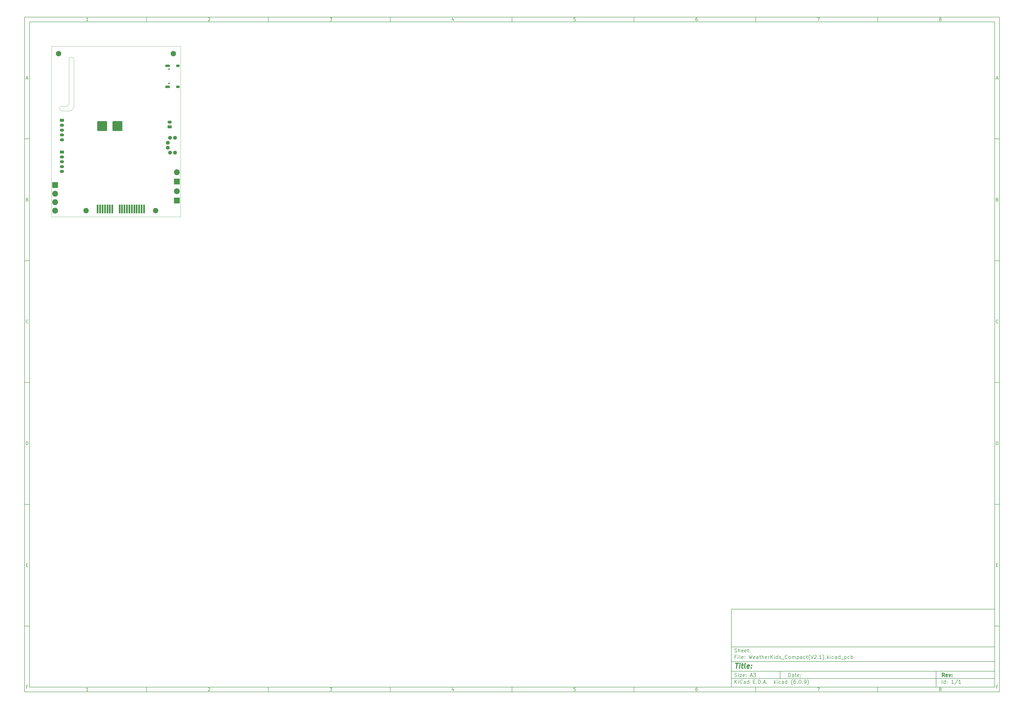
<source format=gbr>
%TF.GenerationSoftware,KiCad,Pcbnew,(6.0.9)*%
%TF.CreationDate,2023-07-16T00:02:42+05:30*%
%TF.ProjectId,WeatherKids_Compact(V2.1),57656174-6865-4724-9b69-64735f436f6d,rev?*%
%TF.SameCoordinates,Original*%
%TF.FileFunction,Soldermask,Bot*%
%TF.FilePolarity,Negative*%
%FSLAX46Y46*%
G04 Gerber Fmt 4.6, Leading zero omitted, Abs format (unit mm)*
G04 Created by KiCad (PCBNEW (6.0.9)) date 2023-07-16 00:02:42*
%MOMM*%
%LPD*%
G01*
G04 APERTURE LIST*
G04 Aperture macros list*
%AMRoundRect*
0 Rectangle with rounded corners*
0 $1 Rounding radius*
0 $2 $3 $4 $5 $6 $7 $8 $9 X,Y pos of 4 corners*
0 Add a 4 corners polygon primitive as box body*
4,1,4,$2,$3,$4,$5,$6,$7,$8,$9,$2,$3,0*
0 Add four circle primitives for the rounded corners*
1,1,$1+$1,$2,$3*
1,1,$1+$1,$4,$5*
1,1,$1+$1,$6,$7*
1,1,$1+$1,$8,$9*
0 Add four rect primitives between the rounded corners*
20,1,$1+$1,$2,$3,$4,$5,0*
20,1,$1+$1,$4,$5,$6,$7,0*
20,1,$1+$1,$6,$7,$8,$9,0*
20,1,$1+$1,$8,$9,$2,$3,0*%
G04 Aperture macros list end*
%ADD10C,0.100000*%
%ADD11C,0.150000*%
%ADD12C,0.300000*%
%ADD13C,0.400000*%
%TA.AperFunction,Profile*%
%ADD14C,0.050000*%
%TD*%
%ADD15C,2.200000*%
%ADD16R,2.400000X2.400000*%
%ADD17C,2.400000*%
%ADD18C,1.600000*%
%ADD19C,0.650000*%
%ADD20O,1.600000X1.000000*%
%ADD21O,2.100000X1.000000*%
%ADD22RoundRect,0.250000X-0.625000X0.350000X-0.625000X-0.350000X0.625000X-0.350000X0.625000X0.350000X0*%
%ADD23O,1.750000X1.200000*%
%ADD24R,0.700000X3.600000*%
%ADD25RoundRect,0.250000X0.625000X-0.350000X0.625000X0.350000X-0.625000X0.350000X-0.625000X-0.350000X0*%
%ADD26RoundRect,0.227272X-1.772728X-1.772728X1.772728X-1.772728X1.772728X1.772728X-1.772728X1.772728X0*%
%ADD27RoundRect,0.227272X1.772728X1.772728X-1.772728X1.772728X-1.772728X-1.772728X1.772728X-1.772728X0*%
G04 APERTURE END LIST*
D10*
D11*
X299989000Y-253002200D02*
X299989000Y-285002200D01*
X407989000Y-285002200D01*
X407989000Y-253002200D01*
X299989000Y-253002200D01*
D10*
D11*
X10000000Y-10000000D02*
X10000000Y-287002200D01*
X409989000Y-287002200D01*
X409989000Y-10000000D01*
X10000000Y-10000000D01*
D10*
D11*
X12000000Y-12000000D02*
X12000000Y-285002200D01*
X407989000Y-285002200D01*
X407989000Y-12000000D01*
X12000000Y-12000000D01*
D10*
D11*
X60000000Y-12000000D02*
X60000000Y-10000000D01*
D10*
D11*
X110000000Y-12000000D02*
X110000000Y-10000000D01*
D10*
D11*
X160000000Y-12000000D02*
X160000000Y-10000000D01*
D10*
D11*
X210000000Y-12000000D02*
X210000000Y-10000000D01*
D10*
D11*
X260000000Y-12000000D02*
X260000000Y-10000000D01*
D10*
D11*
X310000000Y-12000000D02*
X310000000Y-10000000D01*
D10*
D11*
X360000000Y-12000000D02*
X360000000Y-10000000D01*
D10*
D11*
X36065476Y-11588095D02*
X35322619Y-11588095D01*
X35694047Y-11588095D02*
X35694047Y-10288095D01*
X35570238Y-10473809D01*
X35446428Y-10597619D01*
X35322619Y-10659523D01*
D10*
D11*
X85322619Y-10411904D02*
X85384523Y-10350000D01*
X85508333Y-10288095D01*
X85817857Y-10288095D01*
X85941666Y-10350000D01*
X86003571Y-10411904D01*
X86065476Y-10535714D01*
X86065476Y-10659523D01*
X86003571Y-10845238D01*
X85260714Y-11588095D01*
X86065476Y-11588095D01*
D10*
D11*
X135260714Y-10288095D02*
X136065476Y-10288095D01*
X135632142Y-10783333D01*
X135817857Y-10783333D01*
X135941666Y-10845238D01*
X136003571Y-10907142D01*
X136065476Y-11030952D01*
X136065476Y-11340476D01*
X136003571Y-11464285D01*
X135941666Y-11526190D01*
X135817857Y-11588095D01*
X135446428Y-11588095D01*
X135322619Y-11526190D01*
X135260714Y-11464285D01*
D10*
D11*
X185941666Y-10721428D02*
X185941666Y-11588095D01*
X185632142Y-10226190D02*
X185322619Y-11154761D01*
X186127380Y-11154761D01*
D10*
D11*
X236003571Y-10288095D02*
X235384523Y-10288095D01*
X235322619Y-10907142D01*
X235384523Y-10845238D01*
X235508333Y-10783333D01*
X235817857Y-10783333D01*
X235941666Y-10845238D01*
X236003571Y-10907142D01*
X236065476Y-11030952D01*
X236065476Y-11340476D01*
X236003571Y-11464285D01*
X235941666Y-11526190D01*
X235817857Y-11588095D01*
X235508333Y-11588095D01*
X235384523Y-11526190D01*
X235322619Y-11464285D01*
D10*
D11*
X285941666Y-10288095D02*
X285694047Y-10288095D01*
X285570238Y-10350000D01*
X285508333Y-10411904D01*
X285384523Y-10597619D01*
X285322619Y-10845238D01*
X285322619Y-11340476D01*
X285384523Y-11464285D01*
X285446428Y-11526190D01*
X285570238Y-11588095D01*
X285817857Y-11588095D01*
X285941666Y-11526190D01*
X286003571Y-11464285D01*
X286065476Y-11340476D01*
X286065476Y-11030952D01*
X286003571Y-10907142D01*
X285941666Y-10845238D01*
X285817857Y-10783333D01*
X285570238Y-10783333D01*
X285446428Y-10845238D01*
X285384523Y-10907142D01*
X285322619Y-11030952D01*
D10*
D11*
X335260714Y-10288095D02*
X336127380Y-10288095D01*
X335570238Y-11588095D01*
D10*
D11*
X385570238Y-10845238D02*
X385446428Y-10783333D01*
X385384523Y-10721428D01*
X385322619Y-10597619D01*
X385322619Y-10535714D01*
X385384523Y-10411904D01*
X385446428Y-10350000D01*
X385570238Y-10288095D01*
X385817857Y-10288095D01*
X385941666Y-10350000D01*
X386003571Y-10411904D01*
X386065476Y-10535714D01*
X386065476Y-10597619D01*
X386003571Y-10721428D01*
X385941666Y-10783333D01*
X385817857Y-10845238D01*
X385570238Y-10845238D01*
X385446428Y-10907142D01*
X385384523Y-10969047D01*
X385322619Y-11092857D01*
X385322619Y-11340476D01*
X385384523Y-11464285D01*
X385446428Y-11526190D01*
X385570238Y-11588095D01*
X385817857Y-11588095D01*
X385941666Y-11526190D01*
X386003571Y-11464285D01*
X386065476Y-11340476D01*
X386065476Y-11092857D01*
X386003571Y-10969047D01*
X385941666Y-10907142D01*
X385817857Y-10845238D01*
D10*
D11*
X60000000Y-285002200D02*
X60000000Y-287002200D01*
D10*
D11*
X110000000Y-285002200D02*
X110000000Y-287002200D01*
D10*
D11*
X160000000Y-285002200D02*
X160000000Y-287002200D01*
D10*
D11*
X210000000Y-285002200D02*
X210000000Y-287002200D01*
D10*
D11*
X260000000Y-285002200D02*
X260000000Y-287002200D01*
D10*
D11*
X310000000Y-285002200D02*
X310000000Y-287002200D01*
D10*
D11*
X360000000Y-285002200D02*
X360000000Y-287002200D01*
D10*
D11*
X36065476Y-286590295D02*
X35322619Y-286590295D01*
X35694047Y-286590295D02*
X35694047Y-285290295D01*
X35570238Y-285476009D01*
X35446428Y-285599819D01*
X35322619Y-285661723D01*
D10*
D11*
X85322619Y-285414104D02*
X85384523Y-285352200D01*
X85508333Y-285290295D01*
X85817857Y-285290295D01*
X85941666Y-285352200D01*
X86003571Y-285414104D01*
X86065476Y-285537914D01*
X86065476Y-285661723D01*
X86003571Y-285847438D01*
X85260714Y-286590295D01*
X86065476Y-286590295D01*
D10*
D11*
X135260714Y-285290295D02*
X136065476Y-285290295D01*
X135632142Y-285785533D01*
X135817857Y-285785533D01*
X135941666Y-285847438D01*
X136003571Y-285909342D01*
X136065476Y-286033152D01*
X136065476Y-286342676D01*
X136003571Y-286466485D01*
X135941666Y-286528390D01*
X135817857Y-286590295D01*
X135446428Y-286590295D01*
X135322619Y-286528390D01*
X135260714Y-286466485D01*
D10*
D11*
X185941666Y-285723628D02*
X185941666Y-286590295D01*
X185632142Y-285228390D02*
X185322619Y-286156961D01*
X186127380Y-286156961D01*
D10*
D11*
X236003571Y-285290295D02*
X235384523Y-285290295D01*
X235322619Y-285909342D01*
X235384523Y-285847438D01*
X235508333Y-285785533D01*
X235817857Y-285785533D01*
X235941666Y-285847438D01*
X236003571Y-285909342D01*
X236065476Y-286033152D01*
X236065476Y-286342676D01*
X236003571Y-286466485D01*
X235941666Y-286528390D01*
X235817857Y-286590295D01*
X235508333Y-286590295D01*
X235384523Y-286528390D01*
X235322619Y-286466485D01*
D10*
D11*
X285941666Y-285290295D02*
X285694047Y-285290295D01*
X285570238Y-285352200D01*
X285508333Y-285414104D01*
X285384523Y-285599819D01*
X285322619Y-285847438D01*
X285322619Y-286342676D01*
X285384523Y-286466485D01*
X285446428Y-286528390D01*
X285570238Y-286590295D01*
X285817857Y-286590295D01*
X285941666Y-286528390D01*
X286003571Y-286466485D01*
X286065476Y-286342676D01*
X286065476Y-286033152D01*
X286003571Y-285909342D01*
X285941666Y-285847438D01*
X285817857Y-285785533D01*
X285570238Y-285785533D01*
X285446428Y-285847438D01*
X285384523Y-285909342D01*
X285322619Y-286033152D01*
D10*
D11*
X335260714Y-285290295D02*
X336127380Y-285290295D01*
X335570238Y-286590295D01*
D10*
D11*
X385570238Y-285847438D02*
X385446428Y-285785533D01*
X385384523Y-285723628D01*
X385322619Y-285599819D01*
X385322619Y-285537914D01*
X385384523Y-285414104D01*
X385446428Y-285352200D01*
X385570238Y-285290295D01*
X385817857Y-285290295D01*
X385941666Y-285352200D01*
X386003571Y-285414104D01*
X386065476Y-285537914D01*
X386065476Y-285599819D01*
X386003571Y-285723628D01*
X385941666Y-285785533D01*
X385817857Y-285847438D01*
X385570238Y-285847438D01*
X385446428Y-285909342D01*
X385384523Y-285971247D01*
X385322619Y-286095057D01*
X385322619Y-286342676D01*
X385384523Y-286466485D01*
X385446428Y-286528390D01*
X385570238Y-286590295D01*
X385817857Y-286590295D01*
X385941666Y-286528390D01*
X386003571Y-286466485D01*
X386065476Y-286342676D01*
X386065476Y-286095057D01*
X386003571Y-285971247D01*
X385941666Y-285909342D01*
X385817857Y-285847438D01*
D10*
D11*
X10000000Y-60000000D02*
X12000000Y-60000000D01*
D10*
D11*
X10000000Y-110000000D02*
X12000000Y-110000000D01*
D10*
D11*
X10000000Y-160000000D02*
X12000000Y-160000000D01*
D10*
D11*
X10000000Y-210000000D02*
X12000000Y-210000000D01*
D10*
D11*
X10000000Y-260000000D02*
X12000000Y-260000000D01*
D10*
D11*
X10690476Y-35216666D02*
X11309523Y-35216666D01*
X10566666Y-35588095D02*
X11000000Y-34288095D01*
X11433333Y-35588095D01*
D10*
D11*
X11092857Y-84907142D02*
X11278571Y-84969047D01*
X11340476Y-85030952D01*
X11402380Y-85154761D01*
X11402380Y-85340476D01*
X11340476Y-85464285D01*
X11278571Y-85526190D01*
X11154761Y-85588095D01*
X10659523Y-85588095D01*
X10659523Y-84288095D01*
X11092857Y-84288095D01*
X11216666Y-84350000D01*
X11278571Y-84411904D01*
X11340476Y-84535714D01*
X11340476Y-84659523D01*
X11278571Y-84783333D01*
X11216666Y-84845238D01*
X11092857Y-84907142D01*
X10659523Y-84907142D01*
D10*
D11*
X11402380Y-135464285D02*
X11340476Y-135526190D01*
X11154761Y-135588095D01*
X11030952Y-135588095D01*
X10845238Y-135526190D01*
X10721428Y-135402380D01*
X10659523Y-135278571D01*
X10597619Y-135030952D01*
X10597619Y-134845238D01*
X10659523Y-134597619D01*
X10721428Y-134473809D01*
X10845238Y-134350000D01*
X11030952Y-134288095D01*
X11154761Y-134288095D01*
X11340476Y-134350000D01*
X11402380Y-134411904D01*
D10*
D11*
X10659523Y-185588095D02*
X10659523Y-184288095D01*
X10969047Y-184288095D01*
X11154761Y-184350000D01*
X11278571Y-184473809D01*
X11340476Y-184597619D01*
X11402380Y-184845238D01*
X11402380Y-185030952D01*
X11340476Y-185278571D01*
X11278571Y-185402380D01*
X11154761Y-185526190D01*
X10969047Y-185588095D01*
X10659523Y-185588095D01*
D10*
D11*
X10721428Y-234907142D02*
X11154761Y-234907142D01*
X11340476Y-235588095D02*
X10721428Y-235588095D01*
X10721428Y-234288095D01*
X11340476Y-234288095D01*
D10*
D11*
X11185714Y-284907142D02*
X10752380Y-284907142D01*
X10752380Y-285588095D02*
X10752380Y-284288095D01*
X11371428Y-284288095D01*
D10*
D11*
X409989000Y-60000000D02*
X407989000Y-60000000D01*
D10*
D11*
X409989000Y-110000000D02*
X407989000Y-110000000D01*
D10*
D11*
X409989000Y-160000000D02*
X407989000Y-160000000D01*
D10*
D11*
X409989000Y-210000000D02*
X407989000Y-210000000D01*
D10*
D11*
X409989000Y-260000000D02*
X407989000Y-260000000D01*
D10*
D11*
X408679476Y-35216666D02*
X409298523Y-35216666D01*
X408555666Y-35588095D02*
X408989000Y-34288095D01*
X409422333Y-35588095D01*
D10*
D11*
X409081857Y-84907142D02*
X409267571Y-84969047D01*
X409329476Y-85030952D01*
X409391380Y-85154761D01*
X409391380Y-85340476D01*
X409329476Y-85464285D01*
X409267571Y-85526190D01*
X409143761Y-85588095D01*
X408648523Y-85588095D01*
X408648523Y-84288095D01*
X409081857Y-84288095D01*
X409205666Y-84350000D01*
X409267571Y-84411904D01*
X409329476Y-84535714D01*
X409329476Y-84659523D01*
X409267571Y-84783333D01*
X409205666Y-84845238D01*
X409081857Y-84907142D01*
X408648523Y-84907142D01*
D10*
D11*
X409391380Y-135464285D02*
X409329476Y-135526190D01*
X409143761Y-135588095D01*
X409019952Y-135588095D01*
X408834238Y-135526190D01*
X408710428Y-135402380D01*
X408648523Y-135278571D01*
X408586619Y-135030952D01*
X408586619Y-134845238D01*
X408648523Y-134597619D01*
X408710428Y-134473809D01*
X408834238Y-134350000D01*
X409019952Y-134288095D01*
X409143761Y-134288095D01*
X409329476Y-134350000D01*
X409391380Y-134411904D01*
D10*
D11*
X408648523Y-185588095D02*
X408648523Y-184288095D01*
X408958047Y-184288095D01*
X409143761Y-184350000D01*
X409267571Y-184473809D01*
X409329476Y-184597619D01*
X409391380Y-184845238D01*
X409391380Y-185030952D01*
X409329476Y-185278571D01*
X409267571Y-185402380D01*
X409143761Y-185526190D01*
X408958047Y-185588095D01*
X408648523Y-185588095D01*
D10*
D11*
X408710428Y-234907142D02*
X409143761Y-234907142D01*
X409329476Y-235588095D02*
X408710428Y-235588095D01*
X408710428Y-234288095D01*
X409329476Y-234288095D01*
D10*
D11*
X409174714Y-284907142D02*
X408741380Y-284907142D01*
X408741380Y-285588095D02*
X408741380Y-284288095D01*
X409360428Y-284288095D01*
D10*
D11*
X323421142Y-280780771D02*
X323421142Y-279280771D01*
X323778285Y-279280771D01*
X323992571Y-279352200D01*
X324135428Y-279495057D01*
X324206857Y-279637914D01*
X324278285Y-279923628D01*
X324278285Y-280137914D01*
X324206857Y-280423628D01*
X324135428Y-280566485D01*
X323992571Y-280709342D01*
X323778285Y-280780771D01*
X323421142Y-280780771D01*
X325564000Y-280780771D02*
X325564000Y-279995057D01*
X325492571Y-279852200D01*
X325349714Y-279780771D01*
X325064000Y-279780771D01*
X324921142Y-279852200D01*
X325564000Y-280709342D02*
X325421142Y-280780771D01*
X325064000Y-280780771D01*
X324921142Y-280709342D01*
X324849714Y-280566485D01*
X324849714Y-280423628D01*
X324921142Y-280280771D01*
X325064000Y-280209342D01*
X325421142Y-280209342D01*
X325564000Y-280137914D01*
X326064000Y-279780771D02*
X326635428Y-279780771D01*
X326278285Y-279280771D02*
X326278285Y-280566485D01*
X326349714Y-280709342D01*
X326492571Y-280780771D01*
X326635428Y-280780771D01*
X327706857Y-280709342D02*
X327564000Y-280780771D01*
X327278285Y-280780771D01*
X327135428Y-280709342D01*
X327064000Y-280566485D01*
X327064000Y-279995057D01*
X327135428Y-279852200D01*
X327278285Y-279780771D01*
X327564000Y-279780771D01*
X327706857Y-279852200D01*
X327778285Y-279995057D01*
X327778285Y-280137914D01*
X327064000Y-280280771D01*
X328421142Y-280637914D02*
X328492571Y-280709342D01*
X328421142Y-280780771D01*
X328349714Y-280709342D01*
X328421142Y-280637914D01*
X328421142Y-280780771D01*
X328421142Y-279852200D02*
X328492571Y-279923628D01*
X328421142Y-279995057D01*
X328349714Y-279923628D01*
X328421142Y-279852200D01*
X328421142Y-279995057D01*
D10*
D11*
X299989000Y-281502200D02*
X407989000Y-281502200D01*
D10*
D11*
X301421142Y-283580771D02*
X301421142Y-282080771D01*
X302278285Y-283580771D02*
X301635428Y-282723628D01*
X302278285Y-282080771D02*
X301421142Y-282937914D01*
X302921142Y-283580771D02*
X302921142Y-282580771D01*
X302921142Y-282080771D02*
X302849714Y-282152200D01*
X302921142Y-282223628D01*
X302992571Y-282152200D01*
X302921142Y-282080771D01*
X302921142Y-282223628D01*
X304492571Y-283437914D02*
X304421142Y-283509342D01*
X304206857Y-283580771D01*
X304064000Y-283580771D01*
X303849714Y-283509342D01*
X303706857Y-283366485D01*
X303635428Y-283223628D01*
X303564000Y-282937914D01*
X303564000Y-282723628D01*
X303635428Y-282437914D01*
X303706857Y-282295057D01*
X303849714Y-282152200D01*
X304064000Y-282080771D01*
X304206857Y-282080771D01*
X304421142Y-282152200D01*
X304492571Y-282223628D01*
X305778285Y-283580771D02*
X305778285Y-282795057D01*
X305706857Y-282652200D01*
X305564000Y-282580771D01*
X305278285Y-282580771D01*
X305135428Y-282652200D01*
X305778285Y-283509342D02*
X305635428Y-283580771D01*
X305278285Y-283580771D01*
X305135428Y-283509342D01*
X305064000Y-283366485D01*
X305064000Y-283223628D01*
X305135428Y-283080771D01*
X305278285Y-283009342D01*
X305635428Y-283009342D01*
X305778285Y-282937914D01*
X307135428Y-283580771D02*
X307135428Y-282080771D01*
X307135428Y-283509342D02*
X306992571Y-283580771D01*
X306706857Y-283580771D01*
X306564000Y-283509342D01*
X306492571Y-283437914D01*
X306421142Y-283295057D01*
X306421142Y-282866485D01*
X306492571Y-282723628D01*
X306564000Y-282652200D01*
X306706857Y-282580771D01*
X306992571Y-282580771D01*
X307135428Y-282652200D01*
X308992571Y-282795057D02*
X309492571Y-282795057D01*
X309706857Y-283580771D02*
X308992571Y-283580771D01*
X308992571Y-282080771D01*
X309706857Y-282080771D01*
X310349714Y-283437914D02*
X310421142Y-283509342D01*
X310349714Y-283580771D01*
X310278285Y-283509342D01*
X310349714Y-283437914D01*
X310349714Y-283580771D01*
X311064000Y-283580771D02*
X311064000Y-282080771D01*
X311421142Y-282080771D01*
X311635428Y-282152200D01*
X311778285Y-282295057D01*
X311849714Y-282437914D01*
X311921142Y-282723628D01*
X311921142Y-282937914D01*
X311849714Y-283223628D01*
X311778285Y-283366485D01*
X311635428Y-283509342D01*
X311421142Y-283580771D01*
X311064000Y-283580771D01*
X312564000Y-283437914D02*
X312635428Y-283509342D01*
X312564000Y-283580771D01*
X312492571Y-283509342D01*
X312564000Y-283437914D01*
X312564000Y-283580771D01*
X313206857Y-283152200D02*
X313921142Y-283152200D01*
X313064000Y-283580771D02*
X313564000Y-282080771D01*
X314064000Y-283580771D01*
X314564000Y-283437914D02*
X314635428Y-283509342D01*
X314564000Y-283580771D01*
X314492571Y-283509342D01*
X314564000Y-283437914D01*
X314564000Y-283580771D01*
X317564000Y-283580771D02*
X317564000Y-282080771D01*
X317706857Y-283009342D02*
X318135428Y-283580771D01*
X318135428Y-282580771D02*
X317564000Y-283152200D01*
X318778285Y-283580771D02*
X318778285Y-282580771D01*
X318778285Y-282080771D02*
X318706857Y-282152200D01*
X318778285Y-282223628D01*
X318849714Y-282152200D01*
X318778285Y-282080771D01*
X318778285Y-282223628D01*
X320135428Y-283509342D02*
X319992571Y-283580771D01*
X319706857Y-283580771D01*
X319564000Y-283509342D01*
X319492571Y-283437914D01*
X319421142Y-283295057D01*
X319421142Y-282866485D01*
X319492571Y-282723628D01*
X319564000Y-282652200D01*
X319706857Y-282580771D01*
X319992571Y-282580771D01*
X320135428Y-282652200D01*
X321421142Y-283580771D02*
X321421142Y-282795057D01*
X321349714Y-282652200D01*
X321206857Y-282580771D01*
X320921142Y-282580771D01*
X320778285Y-282652200D01*
X321421142Y-283509342D02*
X321278285Y-283580771D01*
X320921142Y-283580771D01*
X320778285Y-283509342D01*
X320706857Y-283366485D01*
X320706857Y-283223628D01*
X320778285Y-283080771D01*
X320921142Y-283009342D01*
X321278285Y-283009342D01*
X321421142Y-282937914D01*
X322778285Y-283580771D02*
X322778285Y-282080771D01*
X322778285Y-283509342D02*
X322635428Y-283580771D01*
X322349714Y-283580771D01*
X322206857Y-283509342D01*
X322135428Y-283437914D01*
X322064000Y-283295057D01*
X322064000Y-282866485D01*
X322135428Y-282723628D01*
X322206857Y-282652200D01*
X322349714Y-282580771D01*
X322635428Y-282580771D01*
X322778285Y-282652200D01*
X325064000Y-284152200D02*
X324992571Y-284080771D01*
X324849714Y-283866485D01*
X324778285Y-283723628D01*
X324706857Y-283509342D01*
X324635428Y-283152200D01*
X324635428Y-282866485D01*
X324706857Y-282509342D01*
X324778285Y-282295057D01*
X324849714Y-282152200D01*
X324992571Y-281937914D01*
X325064000Y-281866485D01*
X326278285Y-282080771D02*
X325992571Y-282080771D01*
X325849714Y-282152200D01*
X325778285Y-282223628D01*
X325635428Y-282437914D01*
X325564000Y-282723628D01*
X325564000Y-283295057D01*
X325635428Y-283437914D01*
X325706857Y-283509342D01*
X325849714Y-283580771D01*
X326135428Y-283580771D01*
X326278285Y-283509342D01*
X326349714Y-283437914D01*
X326421142Y-283295057D01*
X326421142Y-282937914D01*
X326349714Y-282795057D01*
X326278285Y-282723628D01*
X326135428Y-282652200D01*
X325849714Y-282652200D01*
X325706857Y-282723628D01*
X325635428Y-282795057D01*
X325564000Y-282937914D01*
X327064000Y-283437914D02*
X327135428Y-283509342D01*
X327064000Y-283580771D01*
X326992571Y-283509342D01*
X327064000Y-283437914D01*
X327064000Y-283580771D01*
X328064000Y-282080771D02*
X328206857Y-282080771D01*
X328349714Y-282152200D01*
X328421142Y-282223628D01*
X328492571Y-282366485D01*
X328564000Y-282652200D01*
X328564000Y-283009342D01*
X328492571Y-283295057D01*
X328421142Y-283437914D01*
X328349714Y-283509342D01*
X328206857Y-283580771D01*
X328064000Y-283580771D01*
X327921142Y-283509342D01*
X327849714Y-283437914D01*
X327778285Y-283295057D01*
X327706857Y-283009342D01*
X327706857Y-282652200D01*
X327778285Y-282366485D01*
X327849714Y-282223628D01*
X327921142Y-282152200D01*
X328064000Y-282080771D01*
X329206857Y-283437914D02*
X329278285Y-283509342D01*
X329206857Y-283580771D01*
X329135428Y-283509342D01*
X329206857Y-283437914D01*
X329206857Y-283580771D01*
X329992571Y-283580771D02*
X330278285Y-283580771D01*
X330421142Y-283509342D01*
X330492571Y-283437914D01*
X330635428Y-283223628D01*
X330706857Y-282937914D01*
X330706857Y-282366485D01*
X330635428Y-282223628D01*
X330564000Y-282152200D01*
X330421142Y-282080771D01*
X330135428Y-282080771D01*
X329992571Y-282152200D01*
X329921142Y-282223628D01*
X329849714Y-282366485D01*
X329849714Y-282723628D01*
X329921142Y-282866485D01*
X329992571Y-282937914D01*
X330135428Y-283009342D01*
X330421142Y-283009342D01*
X330564000Y-282937914D01*
X330635428Y-282866485D01*
X330706857Y-282723628D01*
X331206857Y-284152200D02*
X331278285Y-284080771D01*
X331421142Y-283866485D01*
X331492571Y-283723628D01*
X331564000Y-283509342D01*
X331635428Y-283152200D01*
X331635428Y-282866485D01*
X331564000Y-282509342D01*
X331492571Y-282295057D01*
X331421142Y-282152200D01*
X331278285Y-281937914D01*
X331206857Y-281866485D01*
D10*
D11*
X299989000Y-278502200D02*
X407989000Y-278502200D01*
D10*
D12*
X387398285Y-280780771D02*
X386898285Y-280066485D01*
X386541142Y-280780771D02*
X386541142Y-279280771D01*
X387112571Y-279280771D01*
X387255428Y-279352200D01*
X387326857Y-279423628D01*
X387398285Y-279566485D01*
X387398285Y-279780771D01*
X387326857Y-279923628D01*
X387255428Y-279995057D01*
X387112571Y-280066485D01*
X386541142Y-280066485D01*
X388612571Y-280709342D02*
X388469714Y-280780771D01*
X388184000Y-280780771D01*
X388041142Y-280709342D01*
X387969714Y-280566485D01*
X387969714Y-279995057D01*
X388041142Y-279852200D01*
X388184000Y-279780771D01*
X388469714Y-279780771D01*
X388612571Y-279852200D01*
X388684000Y-279995057D01*
X388684000Y-280137914D01*
X387969714Y-280280771D01*
X389184000Y-279780771D02*
X389541142Y-280780771D01*
X389898285Y-279780771D01*
X390469714Y-280637914D02*
X390541142Y-280709342D01*
X390469714Y-280780771D01*
X390398285Y-280709342D01*
X390469714Y-280637914D01*
X390469714Y-280780771D01*
X390469714Y-279852200D02*
X390541142Y-279923628D01*
X390469714Y-279995057D01*
X390398285Y-279923628D01*
X390469714Y-279852200D01*
X390469714Y-279995057D01*
D10*
D11*
X301349714Y-280709342D02*
X301564000Y-280780771D01*
X301921142Y-280780771D01*
X302064000Y-280709342D01*
X302135428Y-280637914D01*
X302206857Y-280495057D01*
X302206857Y-280352200D01*
X302135428Y-280209342D01*
X302064000Y-280137914D01*
X301921142Y-280066485D01*
X301635428Y-279995057D01*
X301492571Y-279923628D01*
X301421142Y-279852200D01*
X301349714Y-279709342D01*
X301349714Y-279566485D01*
X301421142Y-279423628D01*
X301492571Y-279352200D01*
X301635428Y-279280771D01*
X301992571Y-279280771D01*
X302206857Y-279352200D01*
X302849714Y-280780771D02*
X302849714Y-279780771D01*
X302849714Y-279280771D02*
X302778285Y-279352200D01*
X302849714Y-279423628D01*
X302921142Y-279352200D01*
X302849714Y-279280771D01*
X302849714Y-279423628D01*
X303421142Y-279780771D02*
X304206857Y-279780771D01*
X303421142Y-280780771D01*
X304206857Y-280780771D01*
X305349714Y-280709342D02*
X305206857Y-280780771D01*
X304921142Y-280780771D01*
X304778285Y-280709342D01*
X304706857Y-280566485D01*
X304706857Y-279995057D01*
X304778285Y-279852200D01*
X304921142Y-279780771D01*
X305206857Y-279780771D01*
X305349714Y-279852200D01*
X305421142Y-279995057D01*
X305421142Y-280137914D01*
X304706857Y-280280771D01*
X306064000Y-280637914D02*
X306135428Y-280709342D01*
X306064000Y-280780771D01*
X305992571Y-280709342D01*
X306064000Y-280637914D01*
X306064000Y-280780771D01*
X306064000Y-279852200D02*
X306135428Y-279923628D01*
X306064000Y-279995057D01*
X305992571Y-279923628D01*
X306064000Y-279852200D01*
X306064000Y-279995057D01*
X307849714Y-280352200D02*
X308564000Y-280352200D01*
X307706857Y-280780771D02*
X308206857Y-279280771D01*
X308706857Y-280780771D01*
X309064000Y-279280771D02*
X309992571Y-279280771D01*
X309492571Y-279852200D01*
X309706857Y-279852200D01*
X309849714Y-279923628D01*
X309921142Y-279995057D01*
X309992571Y-280137914D01*
X309992571Y-280495057D01*
X309921142Y-280637914D01*
X309849714Y-280709342D01*
X309706857Y-280780771D01*
X309278285Y-280780771D01*
X309135428Y-280709342D01*
X309064000Y-280637914D01*
D10*
D11*
X386421142Y-283580771D02*
X386421142Y-282080771D01*
X387778285Y-283580771D02*
X387778285Y-282080771D01*
X387778285Y-283509342D02*
X387635428Y-283580771D01*
X387349714Y-283580771D01*
X387206857Y-283509342D01*
X387135428Y-283437914D01*
X387064000Y-283295057D01*
X387064000Y-282866485D01*
X387135428Y-282723628D01*
X387206857Y-282652200D01*
X387349714Y-282580771D01*
X387635428Y-282580771D01*
X387778285Y-282652200D01*
X388492571Y-283437914D02*
X388564000Y-283509342D01*
X388492571Y-283580771D01*
X388421142Y-283509342D01*
X388492571Y-283437914D01*
X388492571Y-283580771D01*
X388492571Y-282652200D02*
X388564000Y-282723628D01*
X388492571Y-282795057D01*
X388421142Y-282723628D01*
X388492571Y-282652200D01*
X388492571Y-282795057D01*
X391135428Y-283580771D02*
X390278285Y-283580771D01*
X390706857Y-283580771D02*
X390706857Y-282080771D01*
X390564000Y-282295057D01*
X390421142Y-282437914D01*
X390278285Y-282509342D01*
X392849714Y-282009342D02*
X391564000Y-283937914D01*
X394135428Y-283580771D02*
X393278285Y-283580771D01*
X393706857Y-283580771D02*
X393706857Y-282080771D01*
X393564000Y-282295057D01*
X393421142Y-282437914D01*
X393278285Y-282509342D01*
D10*
D11*
X299989000Y-274502200D02*
X407989000Y-274502200D01*
D10*
D13*
X301701380Y-275206961D02*
X302844238Y-275206961D01*
X302022809Y-277206961D02*
X302272809Y-275206961D01*
X303260904Y-277206961D02*
X303427571Y-275873628D01*
X303510904Y-275206961D02*
X303403761Y-275302200D01*
X303487095Y-275397438D01*
X303594238Y-275302200D01*
X303510904Y-275206961D01*
X303487095Y-275397438D01*
X304094238Y-275873628D02*
X304856142Y-275873628D01*
X304463285Y-275206961D02*
X304249000Y-276921247D01*
X304320428Y-277111723D01*
X304499000Y-277206961D01*
X304689476Y-277206961D01*
X305641857Y-277206961D02*
X305463285Y-277111723D01*
X305391857Y-276921247D01*
X305606142Y-275206961D01*
X307177571Y-277111723D02*
X306975190Y-277206961D01*
X306594238Y-277206961D01*
X306415666Y-277111723D01*
X306344238Y-276921247D01*
X306439476Y-276159342D01*
X306558523Y-275968866D01*
X306760904Y-275873628D01*
X307141857Y-275873628D01*
X307320428Y-275968866D01*
X307391857Y-276159342D01*
X307368047Y-276349819D01*
X306391857Y-276540295D01*
X308141857Y-277016485D02*
X308225190Y-277111723D01*
X308118047Y-277206961D01*
X308034714Y-277111723D01*
X308141857Y-277016485D01*
X308118047Y-277206961D01*
X308272809Y-275968866D02*
X308356142Y-276064104D01*
X308249000Y-276159342D01*
X308165666Y-276064104D01*
X308272809Y-275968866D01*
X308249000Y-276159342D01*
D10*
D11*
X301921142Y-272595057D02*
X301421142Y-272595057D01*
X301421142Y-273380771D02*
X301421142Y-271880771D01*
X302135428Y-271880771D01*
X302706857Y-273380771D02*
X302706857Y-272380771D01*
X302706857Y-271880771D02*
X302635428Y-271952200D01*
X302706857Y-272023628D01*
X302778285Y-271952200D01*
X302706857Y-271880771D01*
X302706857Y-272023628D01*
X303635428Y-273380771D02*
X303492571Y-273309342D01*
X303421142Y-273166485D01*
X303421142Y-271880771D01*
X304778285Y-273309342D02*
X304635428Y-273380771D01*
X304349714Y-273380771D01*
X304206857Y-273309342D01*
X304135428Y-273166485D01*
X304135428Y-272595057D01*
X304206857Y-272452200D01*
X304349714Y-272380771D01*
X304635428Y-272380771D01*
X304778285Y-272452200D01*
X304849714Y-272595057D01*
X304849714Y-272737914D01*
X304135428Y-272880771D01*
X305492571Y-273237914D02*
X305564000Y-273309342D01*
X305492571Y-273380771D01*
X305421142Y-273309342D01*
X305492571Y-273237914D01*
X305492571Y-273380771D01*
X305492571Y-272452200D02*
X305564000Y-272523628D01*
X305492571Y-272595057D01*
X305421142Y-272523628D01*
X305492571Y-272452200D01*
X305492571Y-272595057D01*
X307206857Y-271880771D02*
X307564000Y-273380771D01*
X307849714Y-272309342D01*
X308135428Y-273380771D01*
X308492571Y-271880771D01*
X309635428Y-273309342D02*
X309492571Y-273380771D01*
X309206857Y-273380771D01*
X309064000Y-273309342D01*
X308992571Y-273166485D01*
X308992571Y-272595057D01*
X309064000Y-272452200D01*
X309206857Y-272380771D01*
X309492571Y-272380771D01*
X309635428Y-272452200D01*
X309706857Y-272595057D01*
X309706857Y-272737914D01*
X308992571Y-272880771D01*
X310992571Y-273380771D02*
X310992571Y-272595057D01*
X310921142Y-272452200D01*
X310778285Y-272380771D01*
X310492571Y-272380771D01*
X310349714Y-272452200D01*
X310992571Y-273309342D02*
X310849714Y-273380771D01*
X310492571Y-273380771D01*
X310349714Y-273309342D01*
X310278285Y-273166485D01*
X310278285Y-273023628D01*
X310349714Y-272880771D01*
X310492571Y-272809342D01*
X310849714Y-272809342D01*
X310992571Y-272737914D01*
X311492571Y-272380771D02*
X312064000Y-272380771D01*
X311706857Y-271880771D02*
X311706857Y-273166485D01*
X311778285Y-273309342D01*
X311921142Y-273380771D01*
X312064000Y-273380771D01*
X312564000Y-273380771D02*
X312564000Y-271880771D01*
X313206857Y-273380771D02*
X313206857Y-272595057D01*
X313135428Y-272452200D01*
X312992571Y-272380771D01*
X312778285Y-272380771D01*
X312635428Y-272452200D01*
X312564000Y-272523628D01*
X314492571Y-273309342D02*
X314349714Y-273380771D01*
X314064000Y-273380771D01*
X313921142Y-273309342D01*
X313849714Y-273166485D01*
X313849714Y-272595057D01*
X313921142Y-272452200D01*
X314064000Y-272380771D01*
X314349714Y-272380771D01*
X314492571Y-272452200D01*
X314564000Y-272595057D01*
X314564000Y-272737914D01*
X313849714Y-272880771D01*
X315206857Y-273380771D02*
X315206857Y-272380771D01*
X315206857Y-272666485D02*
X315278285Y-272523628D01*
X315349714Y-272452200D01*
X315492571Y-272380771D01*
X315635428Y-272380771D01*
X316135428Y-273380771D02*
X316135428Y-271880771D01*
X316992571Y-273380771D02*
X316349714Y-272523628D01*
X316992571Y-271880771D02*
X316135428Y-272737914D01*
X317635428Y-273380771D02*
X317635428Y-272380771D01*
X317635428Y-271880771D02*
X317564000Y-271952200D01*
X317635428Y-272023628D01*
X317706857Y-271952200D01*
X317635428Y-271880771D01*
X317635428Y-272023628D01*
X318992571Y-273380771D02*
X318992571Y-271880771D01*
X318992571Y-273309342D02*
X318849714Y-273380771D01*
X318564000Y-273380771D01*
X318421142Y-273309342D01*
X318349714Y-273237914D01*
X318278285Y-273095057D01*
X318278285Y-272666485D01*
X318349714Y-272523628D01*
X318421142Y-272452200D01*
X318564000Y-272380771D01*
X318849714Y-272380771D01*
X318992571Y-272452200D01*
X319635428Y-273309342D02*
X319778285Y-273380771D01*
X320064000Y-273380771D01*
X320206857Y-273309342D01*
X320278285Y-273166485D01*
X320278285Y-273095057D01*
X320206857Y-272952200D01*
X320064000Y-272880771D01*
X319849714Y-272880771D01*
X319706857Y-272809342D01*
X319635428Y-272666485D01*
X319635428Y-272595057D01*
X319706857Y-272452200D01*
X319849714Y-272380771D01*
X320064000Y-272380771D01*
X320206857Y-272452200D01*
X320564000Y-273523628D02*
X321706857Y-273523628D01*
X322921142Y-273237914D02*
X322849714Y-273309342D01*
X322635428Y-273380771D01*
X322492571Y-273380771D01*
X322278285Y-273309342D01*
X322135428Y-273166485D01*
X322064000Y-273023628D01*
X321992571Y-272737914D01*
X321992571Y-272523628D01*
X322064000Y-272237914D01*
X322135428Y-272095057D01*
X322278285Y-271952200D01*
X322492571Y-271880771D01*
X322635428Y-271880771D01*
X322849714Y-271952200D01*
X322921142Y-272023628D01*
X323778285Y-273380771D02*
X323635428Y-273309342D01*
X323564000Y-273237914D01*
X323492571Y-273095057D01*
X323492571Y-272666485D01*
X323564000Y-272523628D01*
X323635428Y-272452200D01*
X323778285Y-272380771D01*
X323992571Y-272380771D01*
X324135428Y-272452200D01*
X324206857Y-272523628D01*
X324278285Y-272666485D01*
X324278285Y-273095057D01*
X324206857Y-273237914D01*
X324135428Y-273309342D01*
X323992571Y-273380771D01*
X323778285Y-273380771D01*
X324921142Y-273380771D02*
X324921142Y-272380771D01*
X324921142Y-272523628D02*
X324992571Y-272452200D01*
X325135428Y-272380771D01*
X325349714Y-272380771D01*
X325492571Y-272452200D01*
X325564000Y-272595057D01*
X325564000Y-273380771D01*
X325564000Y-272595057D02*
X325635428Y-272452200D01*
X325778285Y-272380771D01*
X325992571Y-272380771D01*
X326135428Y-272452200D01*
X326206857Y-272595057D01*
X326206857Y-273380771D01*
X326921142Y-272380771D02*
X326921142Y-273880771D01*
X326921142Y-272452200D02*
X327064000Y-272380771D01*
X327349714Y-272380771D01*
X327492571Y-272452200D01*
X327564000Y-272523628D01*
X327635428Y-272666485D01*
X327635428Y-273095057D01*
X327564000Y-273237914D01*
X327492571Y-273309342D01*
X327349714Y-273380771D01*
X327064000Y-273380771D01*
X326921142Y-273309342D01*
X328921142Y-273380771D02*
X328921142Y-272595057D01*
X328849714Y-272452200D01*
X328706857Y-272380771D01*
X328421142Y-272380771D01*
X328278285Y-272452200D01*
X328921142Y-273309342D02*
X328778285Y-273380771D01*
X328421142Y-273380771D01*
X328278285Y-273309342D01*
X328206857Y-273166485D01*
X328206857Y-273023628D01*
X328278285Y-272880771D01*
X328421142Y-272809342D01*
X328778285Y-272809342D01*
X328921142Y-272737914D01*
X330278285Y-273309342D02*
X330135428Y-273380771D01*
X329849714Y-273380771D01*
X329706857Y-273309342D01*
X329635428Y-273237914D01*
X329564000Y-273095057D01*
X329564000Y-272666485D01*
X329635428Y-272523628D01*
X329706857Y-272452200D01*
X329849714Y-272380771D01*
X330135428Y-272380771D01*
X330278285Y-272452200D01*
X330706857Y-272380771D02*
X331278285Y-272380771D01*
X330921142Y-271880771D02*
X330921142Y-273166485D01*
X330992571Y-273309342D01*
X331135428Y-273380771D01*
X331278285Y-273380771D01*
X332206857Y-273952200D02*
X332135428Y-273880771D01*
X331992571Y-273666485D01*
X331921142Y-273523628D01*
X331849714Y-273309342D01*
X331778285Y-272952200D01*
X331778285Y-272666485D01*
X331849714Y-272309342D01*
X331921142Y-272095057D01*
X331992571Y-271952200D01*
X332135428Y-271737914D01*
X332206857Y-271666485D01*
X332564000Y-271880771D02*
X333064000Y-273380771D01*
X333564000Y-271880771D01*
X333992571Y-272023628D02*
X334064000Y-271952200D01*
X334206857Y-271880771D01*
X334564000Y-271880771D01*
X334706857Y-271952200D01*
X334778285Y-272023628D01*
X334849714Y-272166485D01*
X334849714Y-272309342D01*
X334778285Y-272523628D01*
X333921142Y-273380771D01*
X334849714Y-273380771D01*
X335492571Y-273237914D02*
X335564000Y-273309342D01*
X335492571Y-273380771D01*
X335421142Y-273309342D01*
X335492571Y-273237914D01*
X335492571Y-273380771D01*
X336992571Y-273380771D02*
X336135428Y-273380771D01*
X336564000Y-273380771D02*
X336564000Y-271880771D01*
X336421142Y-272095057D01*
X336278285Y-272237914D01*
X336135428Y-272309342D01*
X337492571Y-273952200D02*
X337564000Y-273880771D01*
X337706857Y-273666485D01*
X337778285Y-273523628D01*
X337849714Y-273309342D01*
X337921142Y-272952200D01*
X337921142Y-272666485D01*
X337849714Y-272309342D01*
X337778285Y-272095057D01*
X337706857Y-271952200D01*
X337564000Y-271737914D01*
X337492571Y-271666485D01*
X338635428Y-273237914D02*
X338706857Y-273309342D01*
X338635428Y-273380771D01*
X338564000Y-273309342D01*
X338635428Y-273237914D01*
X338635428Y-273380771D01*
X339349714Y-273380771D02*
X339349714Y-271880771D01*
X339492571Y-272809342D02*
X339921142Y-273380771D01*
X339921142Y-272380771D02*
X339349714Y-272952200D01*
X340564000Y-273380771D02*
X340564000Y-272380771D01*
X340564000Y-271880771D02*
X340492571Y-271952200D01*
X340564000Y-272023628D01*
X340635428Y-271952200D01*
X340564000Y-271880771D01*
X340564000Y-272023628D01*
X341921142Y-273309342D02*
X341778285Y-273380771D01*
X341492571Y-273380771D01*
X341349714Y-273309342D01*
X341278285Y-273237914D01*
X341206857Y-273095057D01*
X341206857Y-272666485D01*
X341278285Y-272523628D01*
X341349714Y-272452200D01*
X341492571Y-272380771D01*
X341778285Y-272380771D01*
X341921142Y-272452200D01*
X343206857Y-273380771D02*
X343206857Y-272595057D01*
X343135428Y-272452200D01*
X342992571Y-272380771D01*
X342706857Y-272380771D01*
X342564000Y-272452200D01*
X343206857Y-273309342D02*
X343064000Y-273380771D01*
X342706857Y-273380771D01*
X342564000Y-273309342D01*
X342492571Y-273166485D01*
X342492571Y-273023628D01*
X342564000Y-272880771D01*
X342706857Y-272809342D01*
X343064000Y-272809342D01*
X343206857Y-272737914D01*
X344564000Y-273380771D02*
X344564000Y-271880771D01*
X344564000Y-273309342D02*
X344421142Y-273380771D01*
X344135428Y-273380771D01*
X343992571Y-273309342D01*
X343921142Y-273237914D01*
X343849714Y-273095057D01*
X343849714Y-272666485D01*
X343921142Y-272523628D01*
X343992571Y-272452200D01*
X344135428Y-272380771D01*
X344421142Y-272380771D01*
X344564000Y-272452200D01*
X344921142Y-273523628D02*
X346064000Y-273523628D01*
X346421142Y-272380771D02*
X346421142Y-273880771D01*
X346421142Y-272452200D02*
X346564000Y-272380771D01*
X346849714Y-272380771D01*
X346992571Y-272452200D01*
X347064000Y-272523628D01*
X347135428Y-272666485D01*
X347135428Y-273095057D01*
X347064000Y-273237914D01*
X346992571Y-273309342D01*
X346849714Y-273380771D01*
X346564000Y-273380771D01*
X346421142Y-273309342D01*
X348421142Y-273309342D02*
X348278285Y-273380771D01*
X347992571Y-273380771D01*
X347849714Y-273309342D01*
X347778285Y-273237914D01*
X347706857Y-273095057D01*
X347706857Y-272666485D01*
X347778285Y-272523628D01*
X347849714Y-272452200D01*
X347992571Y-272380771D01*
X348278285Y-272380771D01*
X348421142Y-272452200D01*
X349064000Y-273380771D02*
X349064000Y-271880771D01*
X349064000Y-272452200D02*
X349206857Y-272380771D01*
X349492571Y-272380771D01*
X349635428Y-272452200D01*
X349706857Y-272523628D01*
X349778285Y-272666485D01*
X349778285Y-273095057D01*
X349706857Y-273237914D01*
X349635428Y-273309342D01*
X349492571Y-273380771D01*
X349206857Y-273380771D01*
X349064000Y-273309342D01*
D10*
D11*
X299989000Y-268502200D02*
X407989000Y-268502200D01*
D10*
D11*
X301349714Y-270609342D02*
X301564000Y-270680771D01*
X301921142Y-270680771D01*
X302064000Y-270609342D01*
X302135428Y-270537914D01*
X302206857Y-270395057D01*
X302206857Y-270252200D01*
X302135428Y-270109342D01*
X302064000Y-270037914D01*
X301921142Y-269966485D01*
X301635428Y-269895057D01*
X301492571Y-269823628D01*
X301421142Y-269752200D01*
X301349714Y-269609342D01*
X301349714Y-269466485D01*
X301421142Y-269323628D01*
X301492571Y-269252200D01*
X301635428Y-269180771D01*
X301992571Y-269180771D01*
X302206857Y-269252200D01*
X302849714Y-270680771D02*
X302849714Y-269180771D01*
X303492571Y-270680771D02*
X303492571Y-269895057D01*
X303421142Y-269752200D01*
X303278285Y-269680771D01*
X303064000Y-269680771D01*
X302921142Y-269752200D01*
X302849714Y-269823628D01*
X304778285Y-270609342D02*
X304635428Y-270680771D01*
X304349714Y-270680771D01*
X304206857Y-270609342D01*
X304135428Y-270466485D01*
X304135428Y-269895057D01*
X304206857Y-269752200D01*
X304349714Y-269680771D01*
X304635428Y-269680771D01*
X304778285Y-269752200D01*
X304849714Y-269895057D01*
X304849714Y-270037914D01*
X304135428Y-270180771D01*
X306064000Y-270609342D02*
X305921142Y-270680771D01*
X305635428Y-270680771D01*
X305492571Y-270609342D01*
X305421142Y-270466485D01*
X305421142Y-269895057D01*
X305492571Y-269752200D01*
X305635428Y-269680771D01*
X305921142Y-269680771D01*
X306064000Y-269752200D01*
X306135428Y-269895057D01*
X306135428Y-270037914D01*
X305421142Y-270180771D01*
X306564000Y-269680771D02*
X307135428Y-269680771D01*
X306778285Y-269180771D02*
X306778285Y-270466485D01*
X306849714Y-270609342D01*
X306992571Y-270680771D01*
X307135428Y-270680771D01*
X307635428Y-270537914D02*
X307706857Y-270609342D01*
X307635428Y-270680771D01*
X307564000Y-270609342D01*
X307635428Y-270537914D01*
X307635428Y-270680771D01*
X307635428Y-269752200D02*
X307706857Y-269823628D01*
X307635428Y-269895057D01*
X307564000Y-269823628D01*
X307635428Y-269752200D01*
X307635428Y-269895057D01*
D10*
D12*
D10*
D11*
D10*
D11*
D10*
D11*
D10*
D11*
D10*
D11*
X319989000Y-278502200D02*
X319989000Y-281502200D01*
D10*
D11*
X383989000Y-278502200D02*
X383989000Y-285002200D01*
D14*
X21000000Y-92000000D02*
X74000000Y-92000000D01*
X25351225Y-46600000D02*
G75*
G03*
X25351225Y-48600000I50025J-1000000D01*
G01*
X30200000Y-27451225D02*
G75*
G03*
X28200000Y-27451225I-1000000J-50025D01*
G01*
X74000000Y-92000000D02*
X74000000Y-22000000D01*
X30200000Y-27451225D02*
X30200000Y-46600000D01*
X28200000Y-45600000D02*
X28200000Y-27451225D01*
X27100000Y-46600000D02*
G75*
G03*
X28200000Y-45600000I50000J1050000D01*
G01*
X21000000Y-22000000D02*
X21000000Y-92000000D01*
X74000000Y-22000000D02*
X21000000Y-22000000D01*
X28100000Y-48600000D02*
G75*
G03*
X30200000Y-46600000I50000J2050000D01*
G01*
X25351225Y-48600000D02*
X28100000Y-48600000D01*
X25351225Y-46600000D02*
X27100000Y-46600000D01*
D15*
%TO.C,H2*%
X71000000Y-25000000D03*
%TD*%
D16*
%TO.C,J2*%
X72500000Y-85305000D03*
D17*
X72500000Y-81495000D03*
%TD*%
D18*
%TO.C,SW1*%
X71725000Y-59550000D03*
X69725000Y-59550000D03*
X71725000Y-65650000D03*
X69725000Y-65650000D03*
X68725000Y-61600000D03*
X68725000Y-63600000D03*
%TD*%
D19*
%TO.C,J11*%
X69230000Y-31410000D03*
X69230000Y-37190000D03*
D20*
X72880000Y-38620000D03*
D21*
X68700000Y-29980000D03*
D20*
X72880000Y-29980000D03*
D21*
X68700000Y-38620000D03*
%TD*%
D22*
%TO.C,J6*%
X25350000Y-52400000D03*
D23*
X25350000Y-54400000D03*
X25350000Y-56400000D03*
X25350000Y-58400000D03*
X25350000Y-60400000D03*
%TD*%
D15*
%TO.C,J10*%
X63800000Y-89490000D03*
X35200000Y-89490000D03*
D24*
X59000000Y-88800000D03*
X58000000Y-88800000D03*
X57000000Y-88800000D03*
X56000000Y-88800000D03*
X55000000Y-88800000D03*
X54000000Y-88800000D03*
X53000000Y-88800000D03*
X52000000Y-88800000D03*
X51000000Y-88800000D03*
X50000000Y-88800000D03*
X49000000Y-88800000D03*
X46000000Y-88800000D03*
X45000000Y-88800000D03*
X44000000Y-88800000D03*
X43000000Y-88800000D03*
X42000000Y-88800000D03*
X41000000Y-88800000D03*
X40000000Y-88800000D03*
%TD*%
D16*
%TO.C,J3*%
X72500000Y-77505000D03*
D17*
X72500000Y-73695000D03*
%TD*%
D25*
%TO.C,J4*%
X69550000Y-55100000D03*
D23*
X69550000Y-53100000D03*
%TD*%
D15*
%TO.C,H1*%
X24000000Y-25000000D03*
%TD*%
D22*
%TO.C,J7*%
X25350000Y-65400000D03*
D23*
X25350000Y-67400000D03*
X25350000Y-69400000D03*
X25350000Y-71400000D03*
X25350000Y-73400000D03*
%TD*%
D16*
%TO.C,J1*%
X22505000Y-78985000D03*
D17*
X22505000Y-82485000D03*
X22505000Y-85985000D03*
X22505000Y-89485000D03*
%TD*%
D26*
%TO.C,J5*%
X41800000Y-54750000D03*
%TD*%
D27*
%TO.C,J\u0DD0*%
X48100000Y-54750000D03*
%TD*%
M02*

</source>
